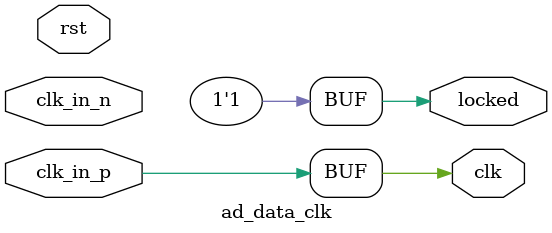
<source format=v>

`timescale 1ns/100ps

module ad_data_clk #(
  parameter SINGLE_ENDED = 0
) (
  input               rst,
  output              locked,

  input               clk_in_p,
  input               clk_in_n,
  output              clk
);

  // On Efinix, the LVDS receiver and global clock buffering are configured
  // in the Interface Designer. The clk_in_p input receives the already-buffered
  // clock from the Interface Designer LVDS RX block.
  //
  // clk_in_n is unused - differential signaling is handled in Interface Designer.

  // Lock is always asserted - no PLL in this simple clock input path
  // If a PLL is used, the locked signal should come from the PLL block
  assign locked = 1'b1;

  // Direct passthrough - Interface Designer has already handled:
  // - LVDS differential to single-ended conversion (if differential)
  // - Global clock network routing
  assign clk = clk_in_p;

endmodule

</source>
